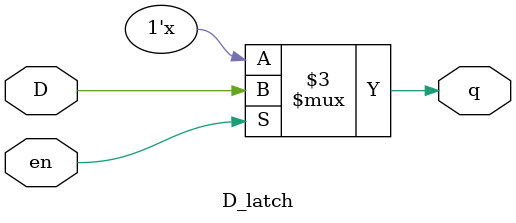
<source format=v>
module D_latch( 
	input wire D, 
	input wire en,
	output reg q);
always @(*)
   begin
	if(en)
	q = D;
   end
endmodule
	
	

</source>
